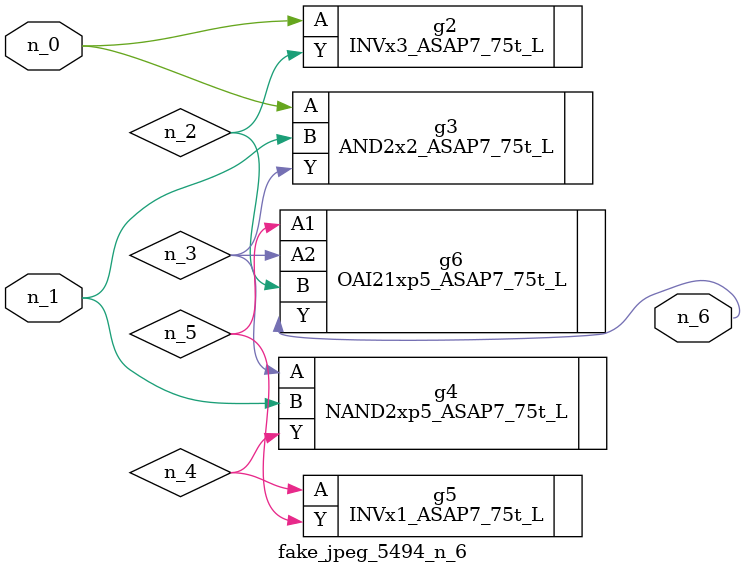
<source format=v>
module fake_jpeg_5494_n_6 (n_0, n_1, n_6);

input n_0;
input n_1;

output n_6;

wire n_3;
wire n_2;
wire n_4;
wire n_5;

INVx3_ASAP7_75t_L g2 ( 
.A(n_0),
.Y(n_2)
);

AND2x2_ASAP7_75t_L g3 ( 
.A(n_0),
.B(n_1),
.Y(n_3)
);

NAND2xp5_ASAP7_75t_L g4 ( 
.A(n_3),
.B(n_1),
.Y(n_4)
);

INVx1_ASAP7_75t_L g5 ( 
.A(n_4),
.Y(n_5)
);

OAI21xp5_ASAP7_75t_L g6 ( 
.A1(n_5),
.A2(n_3),
.B(n_2),
.Y(n_6)
);


endmodule
</source>
